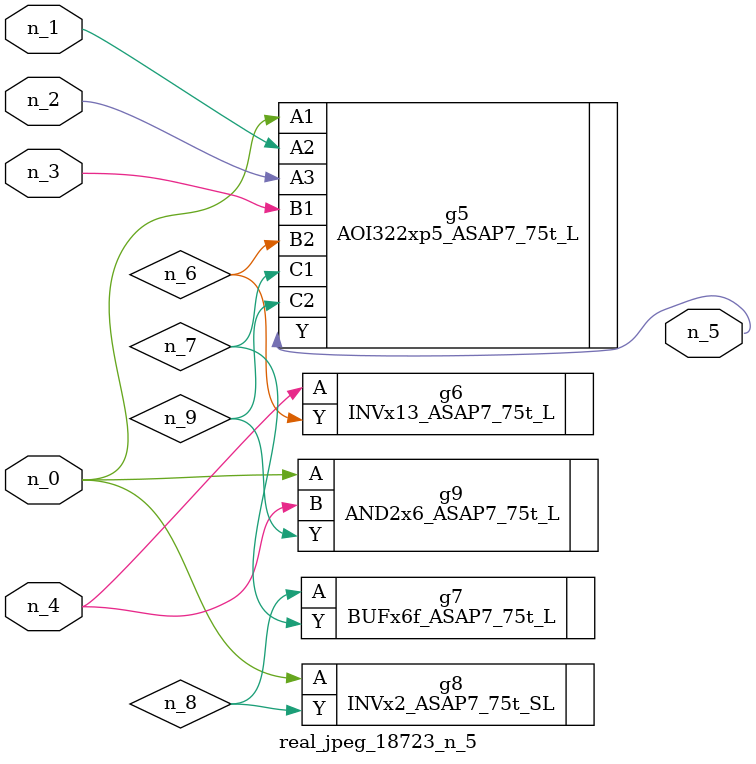
<source format=v>
module real_jpeg_18723_n_5 (n_4, n_0, n_1, n_2, n_3, n_5);

input n_4;
input n_0;
input n_1;
input n_2;
input n_3;

output n_5;

wire n_8;
wire n_6;
wire n_7;
wire n_9;

AOI322xp5_ASAP7_75t_L g5 ( 
.A1(n_0),
.A2(n_1),
.A3(n_2),
.B1(n_3),
.B2(n_6),
.C1(n_7),
.C2(n_9),
.Y(n_5)
);

INVx2_ASAP7_75t_SL g8 ( 
.A(n_0),
.Y(n_8)
);

AND2x6_ASAP7_75t_L g9 ( 
.A(n_0),
.B(n_4),
.Y(n_9)
);

INVx13_ASAP7_75t_L g6 ( 
.A(n_4),
.Y(n_6)
);

BUFx6f_ASAP7_75t_L g7 ( 
.A(n_8),
.Y(n_7)
);


endmodule
</source>
